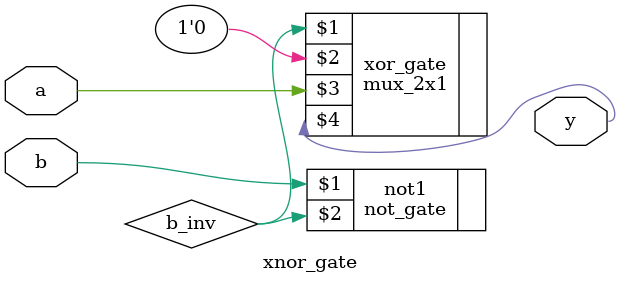
<source format=v>
module xnor_gate (
	input a, b,
	output y
);

wire b_inv;
not_gate not1 (b, b_inv);

mux_2x1 xor_gate (b_inv, 1'b0, a, y);

endmodule

</source>
